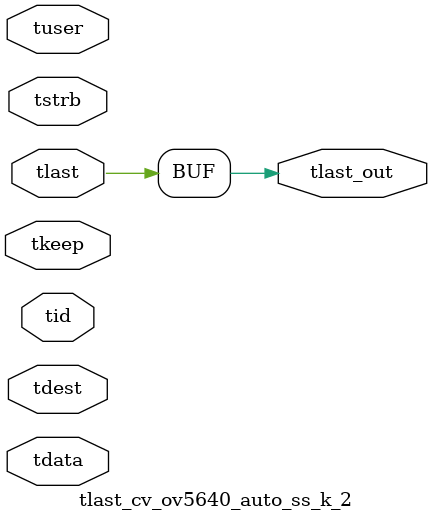
<source format=v>


`timescale 1ps/1ps

module tlast_cv_ov5640_auto_ss_k_2 #
(
parameter C_S_AXIS_TID_WIDTH   = 1,
parameter C_S_AXIS_TUSER_WIDTH = 0,
parameter C_S_AXIS_TDATA_WIDTH = 0,
parameter C_S_AXIS_TDEST_WIDTH = 0
)
(
input  [(C_S_AXIS_TID_WIDTH   == 0 ? 1 : C_S_AXIS_TID_WIDTH)-1:0       ] tid,
input  [(C_S_AXIS_TDATA_WIDTH == 0 ? 1 : C_S_AXIS_TDATA_WIDTH)-1:0     ] tdata,
input  [(C_S_AXIS_TUSER_WIDTH == 0 ? 1 : C_S_AXIS_TUSER_WIDTH)-1:0     ] tuser,
input  [(C_S_AXIS_TDEST_WIDTH == 0 ? 1 : C_S_AXIS_TDEST_WIDTH)-1:0     ] tdest,
input  [(C_S_AXIS_TDATA_WIDTH/8)-1:0 ] tkeep,
input  [(C_S_AXIS_TDATA_WIDTH/8)-1:0 ] tstrb,
input  [0:0]                                                             tlast,
output                                                                   tlast_out
);

assign tlast_out = {tlast};

endmodule


</source>
